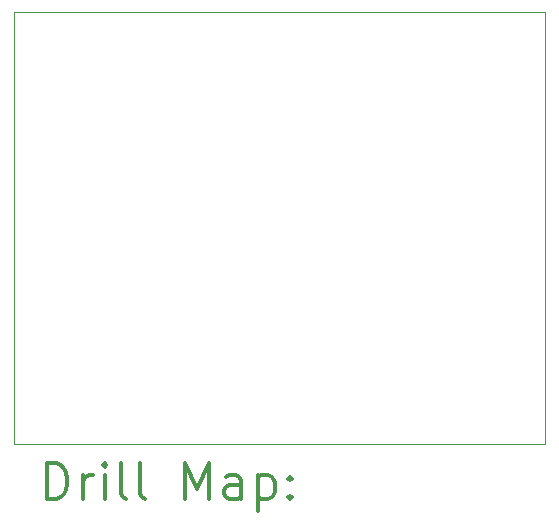
<source format=gbr>
%FSLAX45Y45*%
G04 Gerber Fmt 4.5, Leading zero omitted, Abs format (unit mm)*
G04 Created by KiCad (PCBNEW (5.1.2)-1) date 2020-03-03 11:04:51*
%MOMM*%
%LPD*%
G04 APERTURE LIST*
%ADD10C,0.050000*%
%ADD11C,0.200000*%
%ADD12C,0.300000*%
G04 APERTURE END LIST*
D10*
X14400000Y-11150000D02*
X14400000Y-7500000D01*
X9900000Y-11150000D02*
X14400000Y-11150000D01*
X14400000Y-7500000D02*
X9900000Y-7500000D01*
X9900000Y-7500000D02*
X9900000Y-11150000D01*
D11*
D12*
X10183928Y-11618214D02*
X10183928Y-11318214D01*
X10255357Y-11318214D01*
X10298214Y-11332500D01*
X10326786Y-11361071D01*
X10341071Y-11389643D01*
X10355357Y-11446786D01*
X10355357Y-11489643D01*
X10341071Y-11546786D01*
X10326786Y-11575357D01*
X10298214Y-11603929D01*
X10255357Y-11618214D01*
X10183928Y-11618214D01*
X10483928Y-11618214D02*
X10483928Y-11418214D01*
X10483928Y-11475357D02*
X10498214Y-11446786D01*
X10512500Y-11432500D01*
X10541071Y-11418214D01*
X10569643Y-11418214D01*
X10669643Y-11618214D02*
X10669643Y-11418214D01*
X10669643Y-11318214D02*
X10655357Y-11332500D01*
X10669643Y-11346786D01*
X10683928Y-11332500D01*
X10669643Y-11318214D01*
X10669643Y-11346786D01*
X10855357Y-11618214D02*
X10826786Y-11603929D01*
X10812500Y-11575357D01*
X10812500Y-11318214D01*
X11012500Y-11618214D02*
X10983928Y-11603929D01*
X10969643Y-11575357D01*
X10969643Y-11318214D01*
X11355357Y-11618214D02*
X11355357Y-11318214D01*
X11455357Y-11532500D01*
X11555357Y-11318214D01*
X11555357Y-11618214D01*
X11826786Y-11618214D02*
X11826786Y-11461071D01*
X11812500Y-11432500D01*
X11783928Y-11418214D01*
X11726786Y-11418214D01*
X11698214Y-11432500D01*
X11826786Y-11603929D02*
X11798214Y-11618214D01*
X11726786Y-11618214D01*
X11698214Y-11603929D01*
X11683928Y-11575357D01*
X11683928Y-11546786D01*
X11698214Y-11518214D01*
X11726786Y-11503929D01*
X11798214Y-11503929D01*
X11826786Y-11489643D01*
X11969643Y-11418214D02*
X11969643Y-11718214D01*
X11969643Y-11432500D02*
X11998214Y-11418214D01*
X12055357Y-11418214D01*
X12083928Y-11432500D01*
X12098214Y-11446786D01*
X12112500Y-11475357D01*
X12112500Y-11561071D01*
X12098214Y-11589643D01*
X12083928Y-11603929D01*
X12055357Y-11618214D01*
X11998214Y-11618214D01*
X11969643Y-11603929D01*
X12241071Y-11589643D02*
X12255357Y-11603929D01*
X12241071Y-11618214D01*
X12226786Y-11603929D01*
X12241071Y-11589643D01*
X12241071Y-11618214D01*
X12241071Y-11432500D02*
X12255357Y-11446786D01*
X12241071Y-11461071D01*
X12226786Y-11446786D01*
X12241071Y-11432500D01*
X12241071Y-11461071D01*
M02*

</source>
